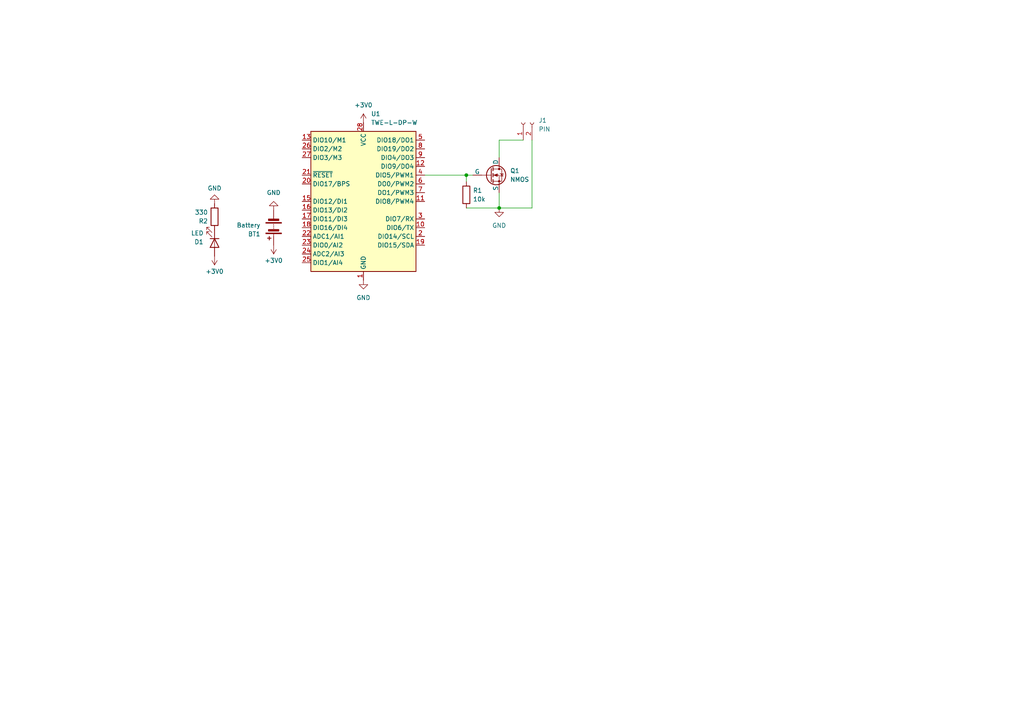
<source format=kicad_sch>
(kicad_sch (version 20230121) (generator eeschema)
  (paper "A4")
  (lib_symbols
    (symbol "Connector:Conn_01x02_Socket" (pin_names (offset 1.016) hide)
      (property "Reference" "J" (at 0 2.54 0))
      (property "Value" "Conn_01x02_Socket" (at 0 -5.08 0))
      (symbol "Conn_01x02_Socket_1_1"
        (arc (start 0 -2.032) (mid -0.5058 -2.54) (end 0 -3.048) (stroke (width 0.1524)))
        (polyline (pts (xy -1.27 -2.54) (xy -0.508 -2.54)) (stroke (width 0.1524)))
        (polyline (pts (xy -1.27 0) (xy -0.508 0)) (stroke (width 0.1524)))
        (arc (start 0 0.508) (mid -0.5058 0) (end 0 -0.508) (stroke (width 0.1524)))
        (pin passive line (at -5.08 0 0) (length 3.81) (name "Pin_1") (number "1"))
        (pin passive line (at -5.08 -2.54 0) (length 3.81) (name "Pin_2") (number "2"))
      )
    )
    (symbol "Device:Battery" (pin_numbers hide) (pin_names (offset 0) hide)
      (property "Reference" "BT" (at 2.54 2.54 0))
      (property "Value" "Battery" (at 2.54 0 0))
      (symbol "Battery_0_1"
        (rectangle (start -2.286 -1.27) (end 2.286 -1.524) (fill (type outline)))
        (rectangle (start -2.286 1.778) (end 2.286 1.524) (fill (type outline)))
        (rectangle (start -1.524 -2.032) (end 1.524 -2.54) (fill (type outline)))
        (rectangle (start -1.524 1.016) (end 1.524 0.508) (fill (type outline)))
        (polyline (pts (xy 0 -1.016) (xy 0 -0.762)))
        (polyline (pts (xy 0 -0.508) (xy 0 -0.254)))
        (polyline (pts (xy 0 0) (xy 0 0.254)))
        (polyline (pts (xy 0 1.778) (xy 0 2.54)))
        (polyline (pts (xy 0.762 3.048) (xy 1.778 3.048)) (stroke (width 0.254)))
        (polyline (pts (xy 1.27 3.556) (xy 1.27 2.54)) (stroke (width 0.254)))
      )
      (symbol "Battery_1_1"
        (pin passive line (at 0 5.08 270) (length 2.54) (name "+") (number "1"))
        (pin passive line (at 0 -5.08 90) (length 2.54) (name "-") (number "2"))
      )
    )
    (symbol "Device:LED" (pin_numbers hide) (pin_names (offset 1.016) hide)
      (property "Reference" "D" (at 0 2.54 0))
      (property "Value" "LED" (at 0 -2.54 0))
      (symbol "LED_0_1"
        (polyline (pts (xy -1.27 -1.27) (xy -1.27 1.27)) (stroke (width 0.254)))
        (polyline (pts (xy -1.27 0) (xy 1.27 0)))
        (polyline (pts (xy 1.27 -1.27) (xy 1.27 1.27) (xy -1.27 0) (xy 1.27 -1.27)) (stroke (width 0.254)))
        (polyline (pts (xy -3.048 -0.762) (xy -4.572 -2.286) (xy -3.81 -2.286) (xy -4.572 -2.286) (xy -4.572 -1.524)))
        (polyline (pts (xy -1.778 -0.762) (xy -3.302 -2.286) (xy -2.54 -2.286) (xy -3.302 -2.286) (xy -3.302 -1.524)))
      )
      (symbol "LED_1_1"
        (pin passive line (at -3.81 0 0) (length 2.54) (name "K") (number "1"))
        (pin passive line (at 3.81 0 180) (length 2.54) (name "A") (number "2"))
      )
    )
    (symbol "Device:R" (pin_numbers hide) (pin_names (offset 0))
      (property "Reference" "R" (at 2.032 0 90))
      (property "Value" "R" (at 0 0 90))
      (symbol "R_0_1"
        (rectangle (start -1.016 -2.54) (end 1.016 2.54) (stroke (width 0.254)))
      )
      (symbol "R_1_1"
        (pin passive line (at 0 3.81 270) (length 1.27) (name "~") (number "1"))
        (pin passive line (at 0 -3.81 90) (length 1.27) (name "~") (number "2"))
      )
    )
    (symbol "RF_ZigBee:TWE-L-DP-W"
      (property "Reference" "U" (at -11.43 21.59 0))
      (property "Value" "TWE-L-DP-W" (at 7.62 21.59 0))
      (symbol "TWE-L-DP-W_1_0"
        (rectangle (start -15.24 -20.32) (end 15.24 20.32) (stroke (width 0.254)) (fill (type background)))
      )
      (symbol "TWE-L-DP-W_1_1"
        (pin power_in line (at 0 -22.86 90) (length 2.54) (name "GND") (number "1"))
        (pin bidirectional line (at 17.78 -7.62 180) (length 2.54) (name "DIO6/TX") (number "10"))
        (pin bidirectional line (at 17.78 0 180) (length 2.54) (name "DIO8/PWM4") (number "11"))
        (pin bidirectional line (at 17.78 10.16 180) (length 2.54) (name "DIO9/DO4") (number "12"))
        (pin bidirectional line (at -17.78 17.78 0) (length 2.54) (name "DIO10/M1") (number "13"))
        (pin passive line (at 0 -22.86 90) (length 2.54) hide (name "GND") (number "14"))
        (pin bidirectional line (at -17.78 0 0) (length 2.54) (name "DIO12/DI1") (number "15"))
        (pin bidirectional line (at -17.78 -2.54 0) (length 2.54) (name "DIO13/DI2") (number "16"))
        (pin bidirectional line (at -17.78 -5.08 0) (length 2.54) (name "DIO11/DI3") (number "17"))
        (pin bidirectional line (at -17.78 -7.62 0) (length 2.54) (name "DIO16/DI4") (number "18"))
        (pin bidirectional line (at 17.78 -12.7 180) (length 2.54) (name "DIO15/SDA") (number "19"))
        (pin bidirectional line (at 17.78 -10.16 180) (length 2.54) (name "DIO14/SCL") (number "2"))
        (pin bidirectional line (at -17.78 5.08 0) (length 2.54) (name "DIO17/BPS") (number "20"))
        (pin input line (at -17.78 7.62 0) (length 2.54) (name "~{RESET}") (number "21"))
        (pin input line (at -17.78 -10.16 0) (length 2.54) (name "ADC1/AI1") (number "22"))
        (pin bidirectional line (at -17.78 -12.7 0) (length 2.54) (name "DIO0/AI2") (number "23"))
        (pin input line (at -17.78 -15.24 0) (length 2.54) (name "ADC2/AI3") (number "24"))
        (pin bidirectional line (at -17.78 -17.78 0) (length 2.54) (name "DIO1/AI4") (number "25"))
        (pin bidirectional line (at -17.78 15.24 0) (length 2.54) (name "DIO2/M2") (number "26"))
        (pin bidirectional line (at -17.78 12.7 0) (length 2.54) (name "DIO3/M3") (number "27"))
        (pin power_in line (at 0 22.86 270) (length 2.54) (name "VCC") (number "28"))
        (pin bidirectional line (at 17.78 -5.08 180) (length 2.54) (name "DIO7/RX") (number "3"))
        (pin bidirectional line (at 17.78 7.62 180) (length 2.54) (name "DIO5/PWM1") (number "4"))
        (pin bidirectional line (at 17.78 17.78 180) (length 2.54) (name "DIO18/DO1") (number "5"))
        (pin output line (at 17.78 5.08 180) (length 2.54) (name "DO0/PWM2") (number "6"))
        (pin bidirectional line (at 17.78 2.54 180) (length 2.54) (name "DO1/PWM3") (number "7"))
        (pin bidirectional line (at 17.78 15.24 180) (length 2.54) (name "DIO19/DO2") (number "8"))
        (pin bidirectional line (at 17.78 12.7 180) (length 2.54) (name "DIO4/DO3") (number "9"))
      )
    )
    (symbol "Simulation_SPICE:NMOS" (pin_numbers hide) (pin_names (offset 0))
      (property "Reference" "Q" (at 5.08 1.27 0))
      (property "Value" "NMOS" (at 5.08 -1.27 0))
      (symbol "NMOS_0_1"
        (polyline (pts (xy 0.254 0) (xy -2.54 0)))
        (polyline (pts (xy 0.254 1.905) (xy 0.254 -1.905)) (stroke (width 0.254)))
        (polyline (pts (xy 0.762 -1.27) (xy 0.762 -2.286)) (stroke (width 0.254)))
        (polyline (pts (xy 0.762 0.508) (xy 0.762 -0.508)) (stroke (width 0.254)))
        (polyline (pts (xy 0.762 2.286) (xy 0.762 1.27)) (stroke (width 0.254)))
        (polyline (pts (xy 2.54 2.54) (xy 2.54 1.778)))
        (polyline (pts (xy 2.54 -2.54) (xy 2.54 0) (xy 0.762 0)))
        (polyline (pts (xy 0.762 -1.778) (xy 3.302 -1.778) (xy 3.302 1.778) (xy 0.762 1.778)))
        (polyline (pts (xy 1.016 0) (xy 2.032 0.381) (xy 2.032 -0.381) (xy 1.016 0)) (fill (type outline)))
        (polyline (pts (xy 2.794 0.508) (xy 2.921 0.381) (xy 3.683 0.381) (xy 3.81 0.254)))
        (polyline (pts (xy 3.302 0.381) (xy 2.921 -0.254) (xy 3.683 -0.254) (xy 3.302 0.381)))
        (circle (center 1.651 0) (radius 2.794) (stroke (width 0.254)))
        (circle (center 2.54 -1.778) (radius 0.254) (fill (type outline)))
        (circle (center 2.54 1.778) (radius 0.254) (fill (type outline)))
      )
      (symbol "NMOS_1_1"
        (pin passive line (at 2.54 5.08 270) (length 2.54) (name "D") (number "1"))
        (pin input line (at -5.08 0 0) (length 2.54) (name "G") (number "2"))
        (pin passive line (at 2.54 -5.08 90) (length 2.54) (name "S") (number "3"))
      )
    )
    (symbol "power:+3V0" (power) (pin_names (offset 0))
      (property "Value" "+3V0" (at 0 3.556 0))
      (symbol "+3V0_0_1"
        (polyline (pts (xy -0.762 1.27) (xy 0 2.54)))
        (polyline (pts (xy 0 0) (xy 0 2.54)))
        (polyline (pts (xy 0 2.54) (xy 0.762 1.27)))
      )
      (symbol "+3V0_1_1"
        (pin power_in line (at 0 0 90) (length 0) hide (name "+3V0") (number "1"))
      )
    )
    (symbol "power:GND" (power) (pin_names (offset 0))
      (property "Value" "GND" (at 0 -3.81 0))
      (symbol "GND_0_1"
        (polyline (pts (xy 0 0) (xy 0 -1.27) (xy 1.27 -1.27) (xy 0 -2.54) (xy -1.27 -1.27) (xy 0 -1.27)))
      )
      (symbol "GND_1_1"
        (pin power_in line (at 0 0 270) (length 0) hide (name "GND") (number "1"))
      )
    )
  )
  (junction (at 144.78 60.325))
  (junction (at 135.255 50.8))
  (wire (pts (xy 144.78 40.64) (xy 151.765 40.64)))
  (wire (pts (xy 144.78 40.64) (xy 144.78 45.72)))
  (wire (pts (xy 123.19 50.8) (xy 135.255 50.8)))
  (wire (pts (xy 154.305 60.325) (xy 154.305 40.64)))
  (wire (pts (xy 144.78 55.88) (xy 144.78 60.325)))
  (wire (pts (xy 135.255 50.8) (xy 137.16 50.8)))
  (wire (pts (xy 144.78 60.325) (xy 154.305 60.325)))
  (wire (pts (xy 135.255 50.8) (xy 135.255 52.705)))
  (wire (pts (xy 135.255 60.325) (xy 144.78 60.325)))
  (symbol (lib_id "power:GND") (at 79.375 60.96 180) (unit 1)
    (property "Reference" "#PWR04" (effects hide))
    (property "Value" "GND" (at 79.375 55.88 0))
  )
  (symbol (lib_id "Device:Battery") (at 79.375 66.04 180) (unit 1)
    (property "Reference" "BT1" (at 75.565 67.8815 0) (effects (justify left)))
    (property "Value" "Battery" (at 75.565 65.3415 0) (effects (justify left)))
    (property "Footprint" "Battery:BatteryHolder_Keystone_103_1x20mm" (effects hide))
  )
  (symbol (lib_id "Device:R") (at 135.255 56.515 180) (unit 1)
    (property "Reference" "R1" (at 137.16 55.245 0) (effects (justify right)))
    (property "Value" "10k" (at 137.16 57.785 0) (effects (justify right)))
    (property "Footprint" "Resistor_THT:R_Axial_DIN0207_L6.3mm_D2.5mm_P10.16mm_Horizontal" (effects hide))
  )
  (symbol (lib_id "Connector:Conn_01x02_Socket") (at 151.765 35.56 90) (unit 1)
    (property "Reference" "J1" (at 156.21 34.925 90) (effects (justify right)))
    (property "Value" "PIN" (at 156.21 37.465 90) (effects (justify right)))
    (property "Footprint" "Connector_JST:JST_PH_S2B-PH-K_1x02_P2.00mm_Horizontal" (effects hide))
  )
  (symbol (lib_id "Device:R") (at 62.23 62.865 0) (unit 1)
    (property "Reference" "R2" (at 60.325 64.135 0) (effects (justify right)))
    (property "Value" "330" (at 60.325 61.595 0) (effects (justify right)))
    (property "Footprint" "Resistor_THT:R_Axial_DIN0207_L6.3mm_D2.5mm_P10.16mm_Horizontal" (effects hide))
  )
  (symbol (lib_id "power:GND") (at 105.41 81.28 0) (unit 1)
    (property "Reference" "#PWR03" (effects hide))
    (property "Value" "GND" (at 105.41 86.36 0))
  )
  (symbol (lib_id "Simulation_SPICE:NMOS") (at 142.24 50.8 0) (unit 1)
    (property "Reference" "Q1" (at 147.955 49.53 0) (effects (justify left)))
    (property "Value" "NMOS" (at 147.955 52.07 0) (effects (justify left)))
    (property "Footprint" "Package_TO_SOT_SMD:TO-252-2" (effects hide))
    (property "Datasheet" "https://ngspice.sourceforge.io/docs/ngspice-manual.pdf" (effects hide))
    (property "Sim.Device" "NMOS" (effects hide))
    (property "Sim.Type" "VDMOS" (effects hide))
    (property "Sim.Pins" "1=D 2=G 3=S" (effects hide))
  )
  (symbol (lib_id "power:GND") (at 144.78 60.325 0) (unit 1)
    (property "Reference" "#PWR05" (effects hide))
    (property "Value" "GND" (at 144.78 65.405 0))
  )
  (symbol (lib_id "power:+3V0") (at 79.375 71.12 180) (unit 1)
    (property "Reference" "#PWR02" (effects hide))
    (property "Value" "+3V0" (at 79.375 75.565 0))
  )
  (symbol (lib_id "power:+3V0") (at 105.41 35.56 0) (unit 1)
    (property "Reference" "#PWR01" (effects hide))
    (property "Value" "+3V0" (at 105.41 30.48 0))
  )
  (symbol (lib_id "Device:LED") (at 62.23 70.485 270) (unit 1)
    (property "Reference" "D1" (at 59.055 70.1675 90) (effects (justify right)))
    (property "Value" "LED" (at 59.055 67.6275 90) (effects (justify right)))
    (property "Footprint" "LED_THT:LED_D3.0mm" (effects hide))
  )
  (symbol (lib_id "power:+3V0") (at 62.23 74.295 180) (unit 1)
    (property "Reference" "#PWR06" (effects hide))
    (property "Value" "+3V0" (at 62.23 78.74 0))
  )
  (symbol (lib_id "RF_ZigBee:TWE-L-DP-W") (at 105.41 58.42 0) (unit 1)
    (property "Reference" "U1" (at 107.6041 33.02 0) (effects (justify left)))
    (property "Value" "TWE-L-DP-W" (at 107.6041 35.56 0) (effects (justify left)))
    (property "Footprint" "Package_DIP:DIP-28_W15.24mm" (effects hide))
    (property "Datasheet" "https://www.mono-wireless.com/jp/products/TWE-Lite-DIP/MW-PDS-TWELITEDIP-JP.pdf" (effects hide))
  )
  (symbol (lib_id "power:GND") (at 62.23 59.055 180) (unit 1)
    (property "Reference" "#PWR07" (effects hide))
    (property "Value" "GND" (at 62.23 54.61 0))
  )
)
</source>
